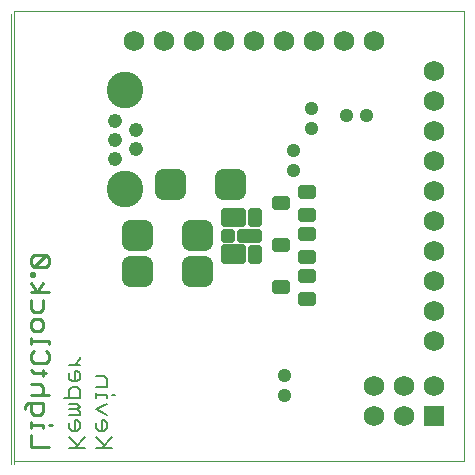
<source format=gbs>
G75*
G70*
%OFA0B0*%
%FSLAX24Y24*%
%IPPOS*%
%LPD*%
%AMOC8*
5,1,8,0,0,1.08239X$1,22.5*
%
%ADD10C,0.0000*%
%ADD11C,0.0110*%
%ADD12C,0.0060*%
%ADD13C,0.0396*%
%ADD14C,0.0476*%
%ADD15C,0.1221*%
%ADD16C,0.0252*%
%ADD17C,0.0189*%
%ADD18C,0.0520*%
%ADD19C,0.0217*%
%ADD20C,0.0680*%
%ADD21R,0.0680X0.0680*%
D10*
X000100Y000100D02*
X000100Y015100D01*
X000200Y015200D02*
X000200Y000200D01*
X000200Y000100D01*
X000200Y000200D02*
X015200Y000200D01*
X015200Y015200D01*
X000200Y015200D01*
D11*
X000853Y007064D02*
X000755Y006966D01*
X000755Y006769D01*
X000853Y006671D01*
X001247Y007064D01*
X000853Y007064D01*
X000853Y006671D02*
X001247Y006671D01*
X001346Y006769D01*
X001346Y006966D01*
X001247Y007064D01*
X000853Y006447D02*
X000755Y006447D01*
X000755Y006349D01*
X000853Y006349D01*
X000853Y006447D01*
X000755Y006107D02*
X000952Y005811D01*
X001149Y006107D01*
X001346Y005811D02*
X000755Y005811D01*
X000755Y005561D02*
X000755Y005265D01*
X000853Y005167D01*
X001050Y005167D01*
X001149Y005265D01*
X001149Y005561D01*
X001050Y004916D02*
X000853Y004916D01*
X000755Y004818D01*
X000755Y004621D01*
X000853Y004522D01*
X001050Y004522D01*
X001149Y004621D01*
X001149Y004818D01*
X001050Y004916D01*
X000755Y004289D02*
X000755Y004093D01*
X000755Y004191D02*
X001346Y004191D01*
X001346Y004093D01*
X001247Y003842D02*
X001346Y003743D01*
X001346Y003546D01*
X001247Y003448D01*
X000853Y003448D01*
X000755Y003546D01*
X000755Y003743D01*
X000853Y003842D01*
X000755Y003215D02*
X000853Y003117D01*
X001247Y003117D01*
X001149Y003215D02*
X001149Y003018D01*
X001050Y002767D02*
X000755Y002767D01*
X001050Y002767D02*
X001149Y002669D01*
X001149Y002472D01*
X001050Y002374D01*
X001149Y002123D02*
X001149Y001828D01*
X001050Y001729D01*
X000853Y001729D01*
X000755Y001828D01*
X000755Y002123D01*
X000657Y002123D02*
X001149Y002123D01*
X001346Y002374D02*
X000755Y002374D01*
X000657Y002123D02*
X000558Y002025D01*
X000558Y001926D01*
X000755Y001496D02*
X000755Y001300D01*
X000755Y001398D02*
X001149Y001398D01*
X001149Y001300D01*
X001346Y001398D02*
X001444Y001398D01*
X001346Y000655D02*
X000755Y000655D01*
X000755Y001049D01*
D12*
X001850Y002287D02*
X002390Y002287D01*
X002390Y002558D01*
X002300Y002648D01*
X002120Y002648D01*
X002030Y002558D01*
X002030Y002287D01*
X002030Y002095D02*
X002300Y002095D01*
X002390Y002005D01*
X002300Y001915D01*
X002030Y001915D01*
X002030Y001735D02*
X002390Y001735D01*
X002390Y001825D01*
X002300Y001915D01*
X002300Y001543D02*
X002210Y001543D01*
X002210Y001182D01*
X002120Y001182D02*
X002030Y001273D01*
X002030Y001453D01*
X002300Y001543D02*
X002390Y001453D01*
X002390Y001273D01*
X002300Y001182D01*
X002120Y001182D01*
X002030Y000990D02*
X002300Y000720D01*
X002210Y000630D02*
X002570Y000990D01*
X002570Y000630D02*
X002030Y000630D01*
X002930Y000630D02*
X003470Y000630D01*
X003200Y000720D02*
X002930Y000990D01*
X003020Y001182D02*
X003200Y001182D01*
X003290Y001273D01*
X003290Y001453D01*
X003200Y001543D01*
X003110Y001543D01*
X003110Y001182D01*
X003020Y001182D02*
X002930Y001273D01*
X002930Y001453D01*
X003290Y001735D02*
X002930Y001915D01*
X003290Y002095D01*
X003290Y002287D02*
X003290Y002377D01*
X002930Y002377D01*
X002930Y002287D02*
X002930Y002468D01*
X002930Y002656D02*
X003290Y002656D01*
X003290Y002926D01*
X003200Y003016D01*
X002930Y003016D01*
X002390Y002930D02*
X002300Y002840D01*
X002120Y002840D01*
X002030Y002930D01*
X002030Y003110D01*
X002210Y003200D02*
X002210Y002840D01*
X002390Y002930D02*
X002390Y003110D01*
X002300Y003200D01*
X002210Y003200D01*
X002210Y003392D02*
X002390Y003573D01*
X002390Y003663D01*
X002390Y003392D02*
X002030Y003392D01*
X003470Y002377D02*
X003561Y002377D01*
X003470Y000990D02*
X003110Y000630D01*
D13*
X009178Y002348D02*
X009222Y002348D01*
X009178Y002348D02*
X009178Y002392D01*
X009222Y002392D01*
X009222Y002348D01*
X009222Y003008D02*
X009178Y003008D01*
X009178Y003052D01*
X009222Y003052D01*
X009222Y003008D01*
X009478Y009848D02*
X009522Y009848D01*
X009478Y009848D02*
X009478Y009892D01*
X009522Y009892D01*
X009522Y009848D01*
X009522Y010508D02*
X009478Y010508D01*
X009478Y010552D01*
X009522Y010552D01*
X009522Y010508D01*
X010078Y011292D02*
X010122Y011292D01*
X010122Y011248D01*
X010078Y011248D01*
X010078Y011292D01*
X010078Y011952D02*
X010122Y011952D01*
X010122Y011908D01*
X010078Y011908D01*
X010078Y011952D01*
X011292Y011722D02*
X011292Y011678D01*
X011248Y011678D01*
X011248Y011722D01*
X011292Y011722D01*
X011952Y011722D02*
X011952Y011678D01*
X011908Y011678D01*
X011908Y011722D01*
X011952Y011722D01*
D14*
X004254Y011215D03*
X004254Y010585D03*
X003546Y010270D03*
X003546Y010900D03*
X003546Y011530D03*
D15*
X003900Y012554D03*
X003900Y009246D03*
D16*
X007207Y008116D02*
X007781Y008116D01*
X007207Y008116D02*
X007207Y008494D01*
X007781Y008494D01*
X007781Y008116D01*
X007781Y008367D02*
X007207Y008367D01*
X007207Y006895D02*
X007781Y006895D01*
X007207Y006895D02*
X007207Y007273D01*
X007781Y007273D01*
X007781Y006895D01*
X007781Y007146D02*
X007207Y007146D01*
D17*
X007175Y007552D02*
X007459Y007552D01*
X007175Y007552D02*
X007175Y007836D01*
X007459Y007836D01*
X007459Y007552D01*
X007459Y007740D02*
X007175Y007740D01*
X007726Y007552D02*
X008364Y007552D01*
X007726Y007552D02*
X007726Y007836D01*
X008364Y007836D01*
X008364Y007552D01*
X008364Y007740D02*
X007726Y007740D01*
X008080Y008084D02*
X008364Y008084D01*
X008080Y008084D02*
X008080Y008526D01*
X008364Y008526D01*
X008364Y008084D01*
X008364Y008272D02*
X008080Y008272D01*
X008080Y008460D02*
X008364Y008460D01*
X008364Y006863D02*
X008080Y006863D01*
X008080Y007305D01*
X008364Y007305D01*
X008364Y006863D01*
X008364Y007051D02*
X008080Y007051D01*
X008080Y007239D02*
X008364Y007239D01*
D18*
X006560Y007960D02*
X006040Y007960D01*
X006560Y007960D02*
X006560Y007440D01*
X006040Y007440D01*
X006040Y007960D01*
X006040Y007959D02*
X006560Y007959D01*
X006560Y006760D02*
X006040Y006760D01*
X006560Y006760D02*
X006560Y006240D01*
X006040Y006240D01*
X006040Y006760D01*
X006040Y006759D02*
X006560Y006759D01*
X004560Y006760D02*
X004040Y006760D01*
X004560Y006760D02*
X004560Y006240D01*
X004040Y006240D01*
X004040Y006760D01*
X004040Y006759D02*
X004560Y006759D01*
X004560Y007960D02*
X004040Y007960D01*
X004560Y007960D02*
X004560Y007440D01*
X004040Y007440D01*
X004040Y007960D01*
X004040Y007959D02*
X004560Y007959D01*
X005140Y009660D02*
X005660Y009660D01*
X005660Y009140D01*
X005140Y009140D01*
X005140Y009660D01*
X005140Y009659D02*
X005660Y009659D01*
X007140Y009660D02*
X007660Y009660D01*
X007660Y009140D01*
X007140Y009140D01*
X007140Y009660D01*
X007140Y009659D02*
X007660Y009659D01*
D19*
X008880Y008909D02*
X008880Y008691D01*
X008880Y008909D02*
X009254Y008909D01*
X009254Y008691D01*
X008880Y008691D01*
X008880Y008907D02*
X009254Y008907D01*
X009746Y009065D02*
X009746Y009283D01*
X010120Y009283D01*
X010120Y009065D01*
X009746Y009065D01*
X009746Y009281D02*
X010120Y009281D01*
X009746Y008515D02*
X009746Y008297D01*
X009746Y008515D02*
X010120Y008515D01*
X010120Y008297D01*
X009746Y008297D01*
X009746Y008513D02*
X010120Y008513D01*
X009746Y007883D02*
X009746Y007665D01*
X009746Y007883D02*
X010120Y007883D01*
X010120Y007665D01*
X009746Y007665D01*
X009746Y007881D02*
X010120Y007881D01*
X009746Y007115D02*
X009746Y006897D01*
X009746Y007115D02*
X010120Y007115D01*
X010120Y006897D01*
X009746Y006897D01*
X009746Y007113D02*
X010120Y007113D01*
X009746Y006483D02*
X009746Y006265D01*
X009746Y006483D02*
X010120Y006483D01*
X010120Y006265D01*
X009746Y006265D01*
X009746Y006481D02*
X010120Y006481D01*
X009746Y005715D02*
X009746Y005497D01*
X009746Y005715D02*
X010120Y005715D01*
X010120Y005497D01*
X009746Y005497D01*
X009746Y005713D02*
X010120Y005713D01*
X008880Y005891D02*
X008880Y006109D01*
X009254Y006109D01*
X009254Y005891D01*
X008880Y005891D01*
X008880Y006107D02*
X009254Y006107D01*
X008880Y007291D02*
X008880Y007509D01*
X009254Y007509D01*
X009254Y007291D01*
X008880Y007291D01*
X008880Y007507D02*
X009254Y007507D01*
D20*
X012200Y002700D03*
X012200Y001700D03*
X013200Y001700D03*
X013200Y002700D03*
X014200Y002700D03*
X014200Y004200D03*
X014200Y005200D03*
X014200Y006200D03*
X014200Y007200D03*
X014200Y008200D03*
X014200Y009200D03*
X014200Y010200D03*
X014200Y011200D03*
X014200Y012200D03*
X014200Y013200D03*
X012200Y014200D03*
X011200Y014200D03*
X010200Y014200D03*
X009200Y014200D03*
X008200Y014200D03*
X007200Y014200D03*
X006200Y014200D03*
X005200Y014200D03*
X004200Y014200D03*
D21*
X014200Y001700D03*
M02*

</source>
